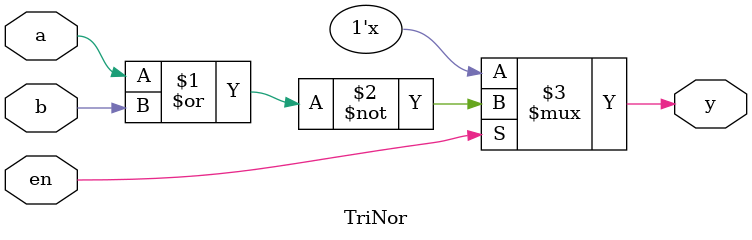
<source format=sv>
module TriNor(input en, a, b, output y);
    assign y = en ? ~(a | b) : 1'bz; // 高阻态控制
endmodule
</source>
